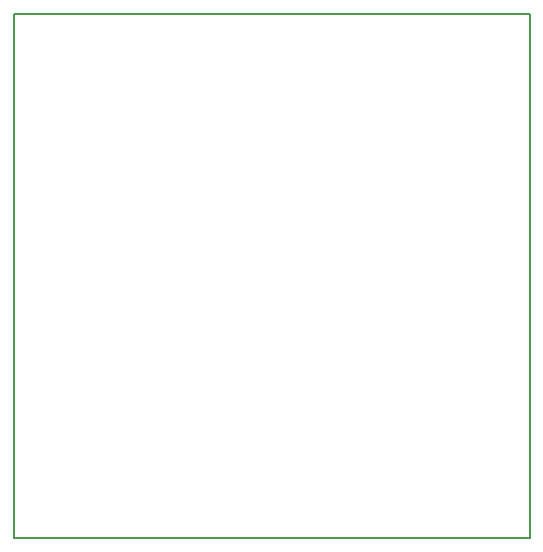
<source format=gbr>
G04 #@! TF.GenerationSoftware,KiCad,Pcbnew,(5.1.2)-2*
G04 #@! TF.CreationDate,2021-11-10T11:30:02-03:00*
G04 #@! TF.ProjectId,PC_V1.2,50435f56-312e-4322-9e6b-696361645f70,rev?*
G04 #@! TF.SameCoordinates,Original*
G04 #@! TF.FileFunction,Profile,NP*
%FSLAX46Y46*%
G04 Gerber Fmt 4.6, Leading zero omitted, Abs format (unit mm)*
G04 Created by KiCad (PCBNEW (5.1.2)-2) date 2021-11-10 11:30:02*
%MOMM*%
%LPD*%
G04 APERTURE LIST*
%ADD10C,0.150000*%
G04 APERTURE END LIST*
D10*
X126667100Y-127190600D02*
X170335100Y-127190600D01*
X170335100Y-127190600D02*
X170335100Y-82816600D01*
X170335100Y-82816600D02*
X126667100Y-82816600D01*
X126667100Y-82816600D02*
X126667100Y-127190600D01*
M02*

</source>
